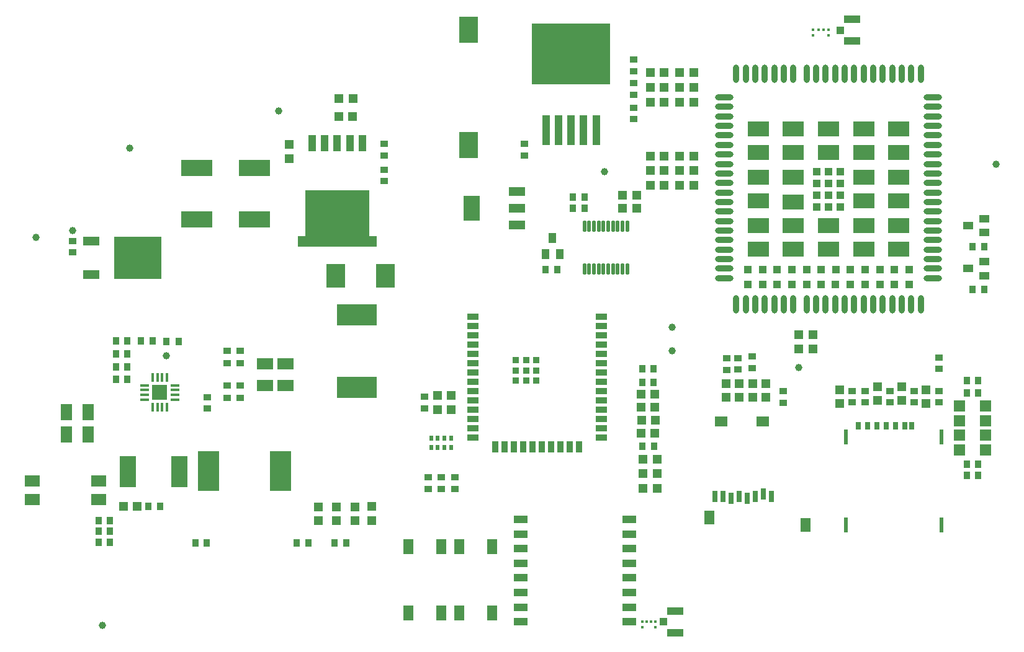
<source format=gtp>
G04*
G04 #@! TF.GenerationSoftware,Altium Limited,Altium Designer,24.5.2 (23)*
G04*
G04 Layer_Color=8421504*
%FSLAX25Y25*%
%MOIN*%
G70*
G04*
G04 #@! TF.SameCoordinates,54B51B4C-3849-4939-8346-CF3DF989E6B0*
G04*
G04*
G04 #@! TF.FilePolarity,Positive*
G04*
G01*
G75*
%ADD16R,0.04724X0.05118*%
%ADD17R,0.05512X0.08268*%
%ADD18R,0.01968X0.03150*%
%ADD19R,0.04016X0.03701*%
%ADD20R,0.10236X0.14173*%
%ADD21R,0.05118X0.04724*%
%ADD22R,0.03701X0.04016*%
%ADD23R,0.01575X0.01575*%
%ADD24R,0.01378X0.01575*%
%ADD25R,0.08661X0.04134*%
%ADD26R,0.04331X0.03937*%
%ADD27C,0.03937*%
%ADD28R,0.05906X0.05906*%
%ADD29R,0.03937X0.05512*%
%ADD30R,0.05512X0.03937*%
%ADD31R,0.07677X0.04134*%
%ADD32R,0.03543X0.03543*%
%ADD33R,0.05906X0.03543*%
%ADD34R,0.03543X0.05906*%
%ADD35R,0.04213X0.08504*%
%ADD36R,0.04100X0.15900*%
%ADD37R,0.08661X0.13780*%
%ADD38R,0.08661X0.04724*%
%ADD39R,0.09843X0.12992*%
%ADD40R,0.03543X0.03937*%
%ADD41R,0.03937X0.03543*%
%ADD42R,0.11417X0.21260*%
%ADD43R,0.05906X0.08661*%
%ADD44R,0.08661X0.05906*%
%ADD45R,0.08268X0.08268*%
%ADD46R,0.04724X0.01181*%
%ADD47R,0.01181X0.04724*%
%ADD48R,0.08661X0.16929*%
%ADD49R,0.08976X0.04724*%
%ADD50R,0.25197X0.22835*%
%ADD51R,0.08268X0.05906*%
G04:AMPARAMS|DCode=52|XSize=59.06mil|YSize=17.72mil|CornerRadius=1.97mil|HoleSize=0mil|Usage=FLASHONLY|Rotation=270.000|XOffset=0mil|YOffset=0mil|HoleType=Round|Shape=RoundedRectangle|*
%AMROUNDEDRECTD52*
21,1,0.05906,0.01378,0,0,270.0*
21,1,0.05512,0.01772,0,0,270.0*
1,1,0.00394,-0.00689,-0.02756*
1,1,0.00394,-0.00689,0.02756*
1,1,0.00394,0.00689,0.02756*
1,1,0.00394,0.00689,-0.02756*
%
%ADD52ROUNDEDRECTD52*%
G04:AMPARAMS|DCode=53|XSize=98.43mil|YSize=31.5mil|CornerRadius=15.75mil|HoleSize=0mil|Usage=FLASHONLY|Rotation=90.000|XOffset=0mil|YOffset=0mil|HoleType=Round|Shape=RoundedRectangle|*
%AMROUNDEDRECTD53*
21,1,0.09843,0.00000,0,0,90.0*
21,1,0.06693,0.03150,0,0,90.0*
1,1,0.03150,0.00000,0.03347*
1,1,0.03150,0.00000,-0.03347*
1,1,0.03150,0.00000,-0.03347*
1,1,0.03150,0.00000,0.03347*
%
%ADD53ROUNDEDRECTD53*%
G04:AMPARAMS|DCode=54|XSize=98.43mil|YSize=31.5mil|CornerRadius=15.75mil|HoleSize=0mil|Usage=FLASHONLY|Rotation=180.000|XOffset=0mil|YOffset=0mil|HoleType=Round|Shape=RoundedRectangle|*
%AMROUNDEDRECTD54*
21,1,0.09843,0.00000,0,0,180.0*
21,1,0.06693,0.03150,0,0,180.0*
1,1,0.03150,-0.03347,0.00000*
1,1,0.03150,0.03347,0.00000*
1,1,0.03150,0.03347,0.00000*
1,1,0.03150,-0.03347,0.00000*
%
%ADD54ROUNDEDRECTD54*%
%ADD55R,0.04331X0.04331*%
%ADD56R,0.11811X0.07874*%
%ADD57R,0.42300X0.32700*%
%ADD58R,0.03150X0.05906*%
%ADD59R,0.07087X0.05512*%
%ADD60R,0.05512X0.07480*%
%ADD61R,0.21260X0.11417*%
%ADD62R,0.16929X0.08661*%
%ADD63R,0.02284X0.08268*%
%ADD64R,0.02559X0.04449*%
%ADD65R,0.02953X0.04449*%
G36*
X190701Y221346D02*
X194835D01*
Y215559D01*
X152315D01*
Y221346D01*
X156449D01*
Y245756D01*
X190701D01*
Y221346D01*
D02*
G37*
D16*
X66227Y76021D02*
D03*
X58746D02*
D03*
X428937Y168307D02*
D03*
X421457D02*
D03*
X345276Y101378D02*
D03*
X337795D02*
D03*
X334329Y236221D02*
D03*
X326849D02*
D03*
X336654Y129213D02*
D03*
X344134D02*
D03*
X344565Y122243D02*
D03*
X337085D02*
D03*
X344134Y115087D02*
D03*
X336653D02*
D03*
X336654Y136182D02*
D03*
X344134D02*
D03*
X334329Y243155D02*
D03*
X326849D02*
D03*
X341732Y264370D02*
D03*
X349213D02*
D03*
X341732Y256496D02*
D03*
X349213D02*
D03*
X341732Y248622D02*
D03*
X349213D02*
D03*
X364961Y248622D02*
D03*
X357480D02*
D03*
X364961Y256496D02*
D03*
X357480D02*
D03*
X364961Y264370D02*
D03*
X357480D02*
D03*
X349213Y293307D02*
D03*
X341732D02*
D03*
X349213Y301181D02*
D03*
X341732D02*
D03*
X349213Y309055D02*
D03*
X341732D02*
D03*
X357480Y309055D02*
D03*
X364961D02*
D03*
X357480Y301181D02*
D03*
X364961D02*
D03*
X357480Y293307D02*
D03*
X364961D02*
D03*
X181962Y295205D02*
D03*
X174481D02*
D03*
X181890Y285433D02*
D03*
X174409D02*
D03*
X337795Y93504D02*
D03*
X345276D02*
D03*
X337795Y85630D02*
D03*
X345276D02*
D03*
X421457Y160433D02*
D03*
X428937D02*
D03*
D17*
X239173Y54331D02*
D03*
X256890D02*
D03*
Y18504D02*
D03*
X239173D02*
D03*
X229331D02*
D03*
X211614D02*
D03*
Y54331D02*
D03*
X229331D02*
D03*
D18*
X224012Y107677D02*
D03*
X227555D02*
D03*
X231099D02*
D03*
X234642D02*
D03*
Y112401D02*
D03*
X231099D02*
D03*
X227555D02*
D03*
X224012D02*
D03*
D19*
X222441Y85276D02*
D03*
Y91496D02*
D03*
X229331Y85276D02*
D03*
Y91496D02*
D03*
X236653Y85276D02*
D03*
Y91496D02*
D03*
X220472Y128583D02*
D03*
Y134803D02*
D03*
X103690Y134677D02*
D03*
Y128457D02*
D03*
X31496Y212441D02*
D03*
Y218661D02*
D03*
X274232Y270827D02*
D03*
Y264606D02*
D03*
X332677Y316102D02*
D03*
Y309882D02*
D03*
Y303465D02*
D03*
Y297244D02*
D03*
Y290354D02*
D03*
Y284134D02*
D03*
X382845Y149247D02*
D03*
Y155467D02*
D03*
X396296Y150231D02*
D03*
Y156452D02*
D03*
X388779Y149449D02*
D03*
Y155669D02*
D03*
X413177Y131530D02*
D03*
Y137751D02*
D03*
X198819Y264606D02*
D03*
Y270827D02*
D03*
Y250827D02*
D03*
Y257047D02*
D03*
X496673Y138035D02*
D03*
Y131814D02*
D03*
X483290Y138035D02*
D03*
Y131814D02*
D03*
X470351Y138035D02*
D03*
Y131814D02*
D03*
X450019Y138035D02*
D03*
Y131814D02*
D03*
X456931Y138035D02*
D03*
Y131814D02*
D03*
X496673Y155991D02*
D03*
Y149771D02*
D03*
D20*
X244094Y332264D02*
D03*
Y270098D02*
D03*
D21*
X227362Y135433D02*
D03*
Y127953D02*
D03*
X234685Y135433D02*
D03*
Y127953D02*
D03*
X191929Y75787D02*
D03*
Y68307D02*
D03*
X183071Y75590D02*
D03*
Y68110D02*
D03*
X382310Y134508D02*
D03*
Y141988D02*
D03*
X389469Y134508D02*
D03*
Y141988D02*
D03*
X403766Y134508D02*
D03*
Y141988D02*
D03*
X396791Y134508D02*
D03*
Y141988D02*
D03*
X147638Y262992D02*
D03*
Y270472D02*
D03*
X173228Y68110D02*
D03*
Y75590D02*
D03*
X163386D02*
D03*
Y68110D02*
D03*
X443291Y138665D02*
D03*
Y131184D02*
D03*
X463592Y132874D02*
D03*
Y140354D02*
D03*
X476779Y132874D02*
D03*
Y140354D02*
D03*
X489854Y131184D02*
D03*
Y138665D02*
D03*
D22*
X103561Y56102D02*
D03*
X97342D02*
D03*
X151813Y56102D02*
D03*
X158031D02*
D03*
X172087D02*
D03*
X178307D02*
D03*
X306298Y242059D02*
D03*
X300077D02*
D03*
X306298Y236221D02*
D03*
X300077D02*
D03*
X511654Y92520D02*
D03*
X517874D02*
D03*
X285374Y203255D02*
D03*
X291594D02*
D03*
X521128Y192547D02*
D03*
X514907D02*
D03*
X521128Y215598D02*
D03*
X514907D02*
D03*
X343661Y108268D02*
D03*
X337441D02*
D03*
X54604Y164756D02*
D03*
X60824D02*
D03*
X60824Y157866D02*
D03*
X54604D02*
D03*
X74359Y164756D02*
D03*
X68138D02*
D03*
X60824Y150976D02*
D03*
X54604D02*
D03*
X78392Y76021D02*
D03*
X72172D02*
D03*
X60824Y144087D02*
D03*
X54604D02*
D03*
X337283Y149742D02*
D03*
X343504D02*
D03*
Y142655D02*
D03*
X337283D02*
D03*
X45305Y68262D02*
D03*
X51525D02*
D03*
X51525Y62441D02*
D03*
X45305D02*
D03*
X45305Y56619D02*
D03*
X51525D02*
D03*
X517874Y98425D02*
D03*
X511654D02*
D03*
X517874Y136811D02*
D03*
X511654D02*
D03*
X517874Y143701D02*
D03*
X511654D02*
D03*
D23*
X429134Y329331D02*
D03*
Y332087D02*
D03*
X437522Y332087D02*
D03*
Y329331D02*
D03*
X337402Y10983D02*
D03*
Y13739D02*
D03*
X344488Y10983D02*
D03*
Y13739D02*
D03*
D24*
X432074Y332087D02*
D03*
X434633D02*
D03*
X339665Y13739D02*
D03*
X342224D02*
D03*
D25*
X450198Y337841D02*
D03*
Y326227D02*
D03*
X355217Y19587D02*
D03*
Y7972D02*
D03*
D26*
X443702Y332034D02*
D03*
X348721Y13780D02*
D03*
D27*
X316929Y255906D02*
D03*
X421260Y150591D02*
D03*
X353346Y172244D02*
D03*
X81879Y156882D02*
D03*
X62008Y268701D02*
D03*
X31457Y224317D02*
D03*
X142126Y288386D02*
D03*
X353346Y159449D02*
D03*
X47244Y11811D02*
D03*
X527559Y259842D02*
D03*
X11811Y220472D02*
D03*
D28*
X521654Y114173D02*
D03*
X507874D02*
D03*
Y106299D02*
D03*
X521654D02*
D03*
X507874Y129921D02*
D03*
X521654D02*
D03*
X507874Y122047D02*
D03*
X521654D02*
D03*
D29*
X289173Y220276D02*
D03*
X292913Y211614D02*
D03*
X285433D02*
D03*
D30*
X512402Y203740D02*
D03*
X521063Y207480D02*
D03*
Y200000D02*
D03*
X512402Y226916D02*
D03*
X521063Y230656D02*
D03*
Y223175D02*
D03*
D31*
X272047Y68898D02*
D03*
Y61024D02*
D03*
Y53150D02*
D03*
Y45276D02*
D03*
Y37402D02*
D03*
Y29528D02*
D03*
Y21654D02*
D03*
Y13780D02*
D03*
X330315D02*
D03*
Y21654D02*
D03*
Y29528D02*
D03*
Y37402D02*
D03*
Y45276D02*
D03*
Y53150D02*
D03*
Y61024D02*
D03*
Y68898D02*
D03*
D32*
X280512Y143504D02*
D03*
X275000D02*
D03*
X269488D02*
D03*
X280512Y149016D02*
D03*
X275000Y149016D02*
D03*
X269488D02*
D03*
X280512Y154528D02*
D03*
X275000D02*
D03*
X269488D02*
D03*
D33*
X315354Y177913D02*
D03*
Y172913D02*
D03*
X315354Y167913D02*
D03*
X315354Y162913D02*
D03*
Y157913D02*
D03*
Y152913D02*
D03*
Y147913D02*
D03*
Y142913D02*
D03*
Y137913D02*
D03*
Y132913D02*
D03*
X315354Y127913D02*
D03*
X315354Y122913D02*
D03*
Y117913D02*
D03*
Y112913D02*
D03*
X246457D02*
D03*
Y117913D02*
D03*
Y122913D02*
D03*
X246457Y127913D02*
D03*
X246457Y132913D02*
D03*
Y137913D02*
D03*
Y142913D02*
D03*
Y147913D02*
D03*
Y152913D02*
D03*
Y157913D02*
D03*
Y162913D02*
D03*
X246457Y167913D02*
D03*
X246457Y172913D02*
D03*
Y177913D02*
D03*
D34*
X303425Y107992D02*
D03*
X298425Y107992D02*
D03*
X293425D02*
D03*
X288425Y107992D02*
D03*
X283425Y107992D02*
D03*
X278425Y107992D02*
D03*
X273425Y107992D02*
D03*
X268425D02*
D03*
X263425Y107992D02*
D03*
X258425Y107992D02*
D03*
D35*
X186961Y271346D02*
D03*
X180268D02*
D03*
X173575D02*
D03*
X166882D02*
D03*
X160189D02*
D03*
D36*
X292520Y278350D02*
D03*
X285827D02*
D03*
X299213D02*
D03*
X305906D02*
D03*
X312598D02*
D03*
D37*
X245669Y236221D02*
D03*
D38*
X270079Y245276D02*
D03*
Y236221D02*
D03*
Y227165D02*
D03*
D39*
X172638Y199803D02*
D03*
X199409D02*
D03*
D40*
X81879Y164717D02*
D03*
X88573D02*
D03*
D41*
X121446Y140981D02*
D03*
Y134289D02*
D03*
X114556Y140981D02*
D03*
Y134289D02*
D03*
X114556Y152959D02*
D03*
Y159652D02*
D03*
X121446Y152959D02*
D03*
Y159652D02*
D03*
D42*
X104264Y94874D02*
D03*
X143241D02*
D03*
D43*
X39835Y126428D02*
D03*
X28024D02*
D03*
X39835Y114618D02*
D03*
X28024D02*
D03*
D44*
X145669Y152559D02*
D03*
Y140748D02*
D03*
X134843Y152559D02*
D03*
Y140748D02*
D03*
D45*
X78209Y137185D02*
D03*
D46*
X70138Y133346D02*
D03*
Y135906D02*
D03*
Y138465D02*
D03*
Y141024D02*
D03*
X86279Y138465D02*
D03*
Y135906D02*
D03*
Y133346D02*
D03*
Y141024D02*
D03*
D47*
X74370Y145256D02*
D03*
X76929D02*
D03*
X79488D02*
D03*
X82047D02*
D03*
Y129114D02*
D03*
X79488D02*
D03*
X76929D02*
D03*
X74370D02*
D03*
D48*
X88583Y94488D02*
D03*
X61024D02*
D03*
D49*
X41417Y200590D02*
D03*
Y218701D02*
D03*
D50*
X66417Y209646D02*
D03*
D51*
X9646Y79646D02*
D03*
Y89646D02*
D03*
X45472D02*
D03*
Y79646D02*
D03*
D52*
X329323Y226522D02*
D03*
X326764D02*
D03*
X324205D02*
D03*
X321646D02*
D03*
X319087D02*
D03*
X316528D02*
D03*
X313969D02*
D03*
X311410D02*
D03*
X308851D02*
D03*
X306292D02*
D03*
Y203688D02*
D03*
X308851D02*
D03*
X311410D02*
D03*
X313969D02*
D03*
X316528D02*
D03*
X319087D02*
D03*
X321646D02*
D03*
X324205D02*
D03*
X326764D02*
D03*
X329323D02*
D03*
D53*
X408268Y184449D02*
D03*
X413386D02*
D03*
X418504D02*
D03*
X435827D02*
D03*
X440945D02*
D03*
X446063D02*
D03*
X451181D02*
D03*
X456299D02*
D03*
X461417D02*
D03*
X466536D02*
D03*
X471654D02*
D03*
X476772D02*
D03*
X481890D02*
D03*
X487008D02*
D03*
Y308465D02*
D03*
X481890D02*
D03*
X476772D02*
D03*
X471654D02*
D03*
X466536D02*
D03*
X461417D02*
D03*
X440945D02*
D03*
X435827D02*
D03*
X418504D02*
D03*
X413386D02*
D03*
X408268D02*
D03*
X403150D02*
D03*
X398031D02*
D03*
X392913D02*
D03*
X387795D02*
D03*
X425591D02*
D03*
X430709D02*
D03*
Y184449D02*
D03*
X425591D02*
D03*
X446063Y308465D02*
D03*
X451181D02*
D03*
X456299D02*
D03*
X403150Y184449D02*
D03*
X398031D02*
D03*
X392913D02*
D03*
X387795D02*
D03*
D54*
X493504Y208858D02*
D03*
Y213976D02*
D03*
Y219094D02*
D03*
Y224213D02*
D03*
Y229331D02*
D03*
Y254921D02*
D03*
Y260039D02*
D03*
Y265158D02*
D03*
Y270276D02*
D03*
Y275394D02*
D03*
Y280512D02*
D03*
Y285630D02*
D03*
X493504Y295866D02*
D03*
X381299D02*
D03*
X381299Y290748D02*
D03*
Y285630D02*
D03*
Y280512D02*
D03*
Y275394D02*
D03*
Y270276D02*
D03*
Y265158D02*
D03*
Y234449D02*
D03*
Y229331D02*
D03*
Y224213D02*
D03*
Y219094D02*
D03*
Y213976D02*
D03*
Y208858D02*
D03*
X493504Y203740D02*
D03*
Y198622D02*
D03*
X381299D02*
D03*
Y203740D02*
D03*
Y239567D02*
D03*
Y244685D02*
D03*
Y249803D02*
D03*
Y254921D02*
D03*
Y260039D02*
D03*
X493504Y290748D02*
D03*
Y249803D02*
D03*
Y244685D02*
D03*
Y239567D02*
D03*
Y234449D02*
D03*
D55*
X431102Y249606D02*
D03*
X443701Y243307D02*
D03*
X431102Y237008D02*
D03*
X394094Y203150D02*
D03*
X409842D02*
D03*
X425591D02*
D03*
X433465D02*
D03*
X441339D02*
D03*
X449213D02*
D03*
X457087D02*
D03*
X457087Y195276D02*
D03*
X464961D02*
D03*
X480709D02*
D03*
X472835D02*
D03*
X449213D02*
D03*
X440945D02*
D03*
X433465D02*
D03*
X425591D02*
D03*
X417717D02*
D03*
X409842D02*
D03*
X401968D02*
D03*
X394094D02*
D03*
X480709Y203150D02*
D03*
X472835D02*
D03*
X464961D02*
D03*
X417717D02*
D03*
X401968D02*
D03*
X443701Y237008D02*
D03*
X437402D02*
D03*
Y243307D02*
D03*
X431102D02*
D03*
X443701Y249606D02*
D03*
X437402D02*
D03*
X443701Y255906D02*
D03*
X437402D02*
D03*
X431102D02*
D03*
D56*
X399606Y278740D02*
D03*
X418504D02*
D03*
X437402D02*
D03*
X456299D02*
D03*
X475197D02*
D03*
X399606Y266142D02*
D03*
X418504D02*
D03*
X437402D02*
D03*
X456299D02*
D03*
X475197D02*
D03*
X399606Y252756D02*
D03*
X418504D02*
D03*
X456299D02*
D03*
X475197D02*
D03*
X399606Y240158D02*
D03*
X418504Y239567D02*
D03*
X456299Y240158D02*
D03*
X475197D02*
D03*
X399606Y226772D02*
D03*
X418504D02*
D03*
X437402D02*
D03*
X456299D02*
D03*
X475197D02*
D03*
X399606Y214173D02*
D03*
X418504D02*
D03*
X437402D02*
D03*
X456299D02*
D03*
X475197D02*
D03*
D57*
X299213Y319094D02*
D03*
D58*
X385197Y80315D02*
D03*
X393858D02*
D03*
X402520Y82677D02*
D03*
X406850Y81102D02*
D03*
X376535D02*
D03*
X380866D02*
D03*
X389528D02*
D03*
X398189D02*
D03*
D59*
X402165Y121653D02*
D03*
X379724D02*
D03*
D60*
X425197Y65945D02*
D03*
X373425Y69882D02*
D03*
D61*
X184055Y178937D02*
D03*
Y139961D02*
D03*
D62*
X98110Y230315D02*
D03*
Y257874D02*
D03*
X128937Y230315D02*
D03*
Y257874D02*
D03*
D63*
X446850Y113218D02*
D03*
Y65974D02*
D03*
X498032D02*
D03*
Y113218D02*
D03*
D64*
X482205Y119065D02*
D03*
D65*
X458465D02*
D03*
X468465D02*
D03*
X478465D02*
D03*
X453465D02*
D03*
X463465D02*
D03*
X473465D02*
D03*
M02*

</source>
